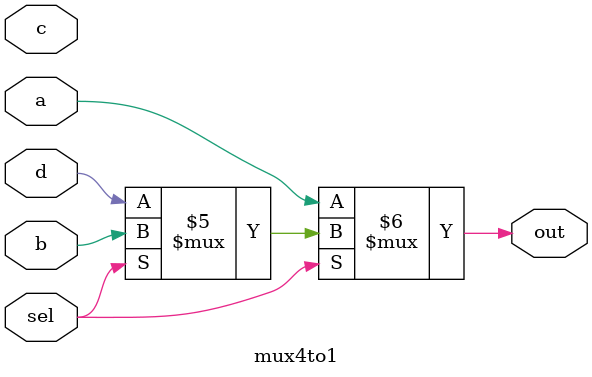
<source format=v>
module mux4to1(sel,a,b,c,d,out);
	input a;
	input b;
	input c;
	input d;
	
	input sel;
	output out;

	assign out = (sel==2'b00) ? a: 
					 (sel==2'b01) ? b:
					 (sel==2'b10) ? c:d;
endmodule

</source>
